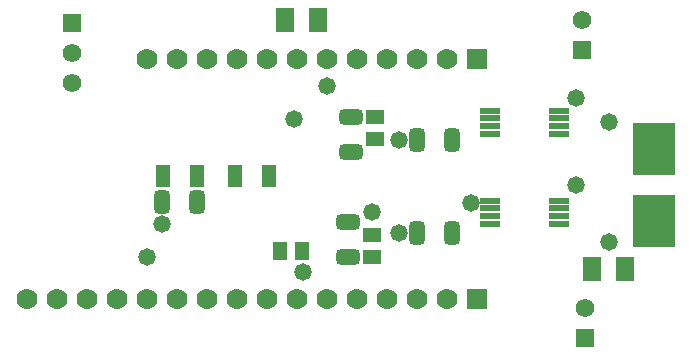
<source format=gts>
G04*
G04 #@! TF.GenerationSoftware,Altium Limited,Altium Designer,21.6.4 (81)*
G04*
G04 Layer_Color=8388736*
%FSLAX25Y25*%
%MOIN*%
G70*
G04*
G04 #@! TF.SameCoordinates,CDACAC81-B456-474A-B871-3F5FD81D5149*
G04*
G04*
G04 #@! TF.FilePolarity,Negative*
G04*
G01*
G75*
%ADD23R,0.06600X0.02200*%
%ADD24R,0.14265X0.17194*%
%ADD25R,0.05997X0.07887*%
%ADD26R,0.06391X0.04737*%
%ADD27R,0.04737X0.06391*%
%ADD28R,0.04934X0.07572*%
G04:AMPARAMS|DCode=29|XSize=79.65mil|YSize=53.28mil|CornerRadius=16.22mil|HoleSize=0mil|Usage=FLASHONLY|Rotation=270.000|XOffset=0mil|YOffset=0mil|HoleType=Round|Shape=RoundedRectangle|*
%AMROUNDEDRECTD29*
21,1,0.07965,0.02083,0,0,270.0*
21,1,0.04720,0.05328,0,0,270.0*
1,1,0.03245,-0.01041,-0.02360*
1,1,0.03245,-0.01041,0.02360*
1,1,0.03245,0.01041,0.02360*
1,1,0.03245,0.01041,-0.02360*
%
%ADD29ROUNDEDRECTD29*%
G04:AMPARAMS|DCode=30|XSize=79.65mil|YSize=53.28mil|CornerRadius=16.22mil|HoleSize=0mil|Usage=FLASHONLY|Rotation=0.000|XOffset=0mil|YOffset=0mil|HoleType=Round|Shape=RoundedRectangle|*
%AMROUNDEDRECTD30*
21,1,0.07965,0.02083,0,0,0.0*
21,1,0.04720,0.05328,0,0,0.0*
1,1,0.03245,0.02360,-0.01041*
1,1,0.03245,-0.02360,-0.01041*
1,1,0.03245,-0.02360,0.01041*
1,1,0.03245,0.02360,0.01041*
%
%ADD30ROUNDEDRECTD30*%
%ADD31C,0.06942*%
%ADD32R,0.06942X0.06942*%
%ADD33C,0.06194*%
%ADD34R,0.06194X0.06194*%
%ADD35C,0.05800*%
D23*
X179500Y45161D02*
D03*
Y47721D02*
D03*
Y50279D02*
D03*
Y52839D02*
D03*
X202500D02*
D03*
Y50279D02*
D03*
Y47721D02*
D03*
Y45161D02*
D03*
Y75161D02*
D03*
Y77720D02*
D03*
Y80279D02*
D03*
Y82839D02*
D03*
X179500D02*
D03*
Y80279D02*
D03*
Y77720D02*
D03*
Y75161D02*
D03*
D24*
X234000Y70000D02*
D03*
Y46000D02*
D03*
D25*
X122000Y113000D02*
D03*
X111016D02*
D03*
X213508Y30000D02*
D03*
X224492D02*
D03*
D26*
X141000Y73319D02*
D03*
Y80681D02*
D03*
X140000Y41362D02*
D03*
Y34000D02*
D03*
D27*
X116681Y36000D02*
D03*
X109319D02*
D03*
D28*
X94252Y61000D02*
D03*
X105748D02*
D03*
X81748D02*
D03*
X70252D02*
D03*
D29*
X155154Y42000D02*
D03*
X166847D02*
D03*
X70107Y52400D02*
D03*
X81800D02*
D03*
X155154Y73000D02*
D03*
X166847D02*
D03*
D30*
X133000Y69153D02*
D03*
Y80847D02*
D03*
X132000Y45847D02*
D03*
Y34154D02*
D03*
D31*
X65000Y100000D02*
D03*
X75000D02*
D03*
X125000D02*
D03*
X115000D02*
D03*
X105000D02*
D03*
X95000D02*
D03*
X85000D02*
D03*
X165000D02*
D03*
X155000D02*
D03*
X145000D02*
D03*
X135000D02*
D03*
X25000Y20000D02*
D03*
X35000D02*
D03*
X45000D02*
D03*
X55000D02*
D03*
X65000D02*
D03*
X75000D02*
D03*
X85000D02*
D03*
X95000D02*
D03*
X105000D02*
D03*
X115000D02*
D03*
X125000D02*
D03*
X135000D02*
D03*
X145000D02*
D03*
X155000D02*
D03*
X165000D02*
D03*
D32*
X175000Y100000D02*
D03*
Y20000D02*
D03*
D33*
X210000Y113000D02*
D03*
X40000Y92000D02*
D03*
Y102000D02*
D03*
X211000Y17000D02*
D03*
D34*
X210000Y103000D02*
D03*
X40000Y112000D02*
D03*
X211000Y7000D02*
D03*
D35*
X70000Y45000D02*
D03*
X208000Y87000D02*
D03*
X149000Y73000D02*
D03*
Y42000D02*
D03*
X173000Y52000D02*
D03*
X208000Y58000D02*
D03*
X117000Y29000D02*
D03*
X125000Y91000D02*
D03*
X114000Y80000D02*
D03*
X65000Y34000D02*
D03*
X140000Y49000D02*
D03*
X219000Y39000D02*
D03*
Y79000D02*
D03*
M02*

</source>
